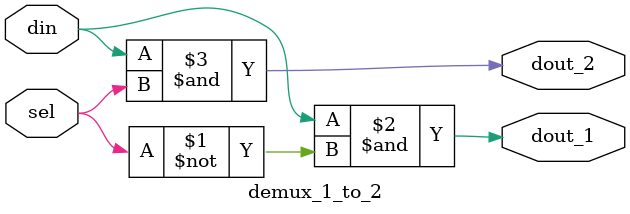
<source format=v>
`timescale 1ns / 1ps



module 
 demux_1_to_2 
(
	input  din,
	input  sel,
	output dout_1,
	output dout_2
);

	assign dout_1	= din & ( ~sel );
	assign dout_2	= din & (  sel );

	
endmodule

</source>
